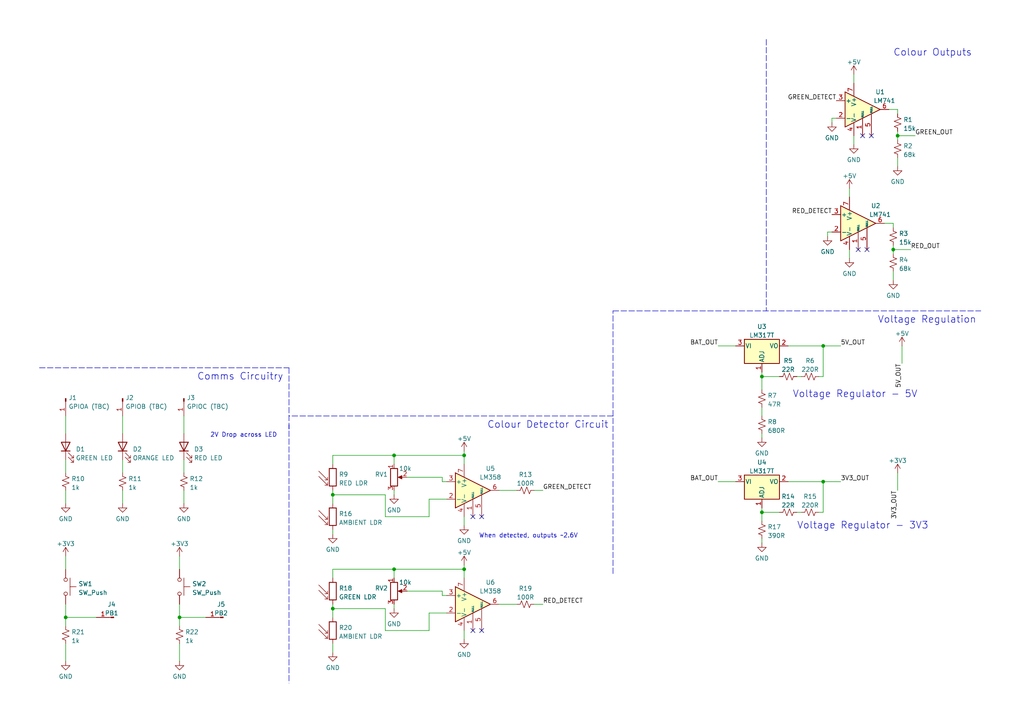
<source format=kicad_sch>
(kicad_sch (version 20211123) (generator eeschema)
  (paper "A4")
  (title_block (title "Milestone 1 Circuitry") (date "2022-08-04") (rev "v0.1") (company "University of Cape Town") (comment 1 "Sean Poole, Ryan Jones, Khavish Govind"))
  (lib_symbols
    (symbol "Amplifier_Operational:LM741" (pin_names (offset 0.127))
      (property "Reference" "U" (at 0 6.35 0))
      (property "Value" "LM741" (at 0 3.81 0))
      (symbol "LM741_0_1"
        (polyline (pts (xy -5.08 5.08) (xy 5.08 0) (xy -5.08 -5.08) (xy -5.08 5.08)) (stroke (width 0.254)) (fill (type background)))
      )
      (symbol "LM741_1_1"
        (pin input line (at 0 -7.62 90) (length 5.08) (name "NULL") (number "1"))
        (pin input line (at -7.62 -2.54 0) (length 2.54) (name "-") (number "2"))
        (pin input line (at -7.62 2.54 0) (length 2.54) (name "+") (number "3"))
        (pin power_in line (at -2.54 -7.62 90) (length 3.81) (name "V-") (number "4"))
        (pin input line (at 2.54 -7.62 90) (length 6.35) (name "NULL") (number "5"))
        (pin output line (at 7.62 0 180) (length 2.54) (name "~") (number "6"))
        (pin power_in line (at -2.54 7.62 270) (length 3.81) (name "V+") (number "7"))
        (pin no_connect line (at 0 2.54 270) (length 2.54) hide (name "NC") (number "8"))
      )
    )
    (symbol "Connector:Conn_01x01_Male" (pin_names (offset 1.016) hide)
      (property "Reference" "J" (at 0 2.54 0))
      (property "Value" "Conn_01x01_Male" (at 0 -2.54 0))
      (symbol "Conn_01x01_Male_1_1"
        (polyline (pts (xy 1.27 0) (xy 0.8636 0)) (stroke (width 0.1524)))
        (rectangle (start 0.8636 0.127) (end 0 -0.127) (stroke (width 0.1524)) (fill (type outline)))
        (pin passive line (at 5.08 0 180) (length 3.81) (name "Pin_1") (number "1"))
      )
    )
    (symbol "Device:LED" (pin_numbers hide) (pin_names (offset 1.016) hide)
      (property "Reference" "D" (at 0 2.54 0))
      (property "Value" "LED" (at 0 -2.54 0))
      (symbol "LED_0_1"
        (polyline (pts (xy -1.27 -1.27) (xy -1.27 1.27)) (stroke (width 0.254)))
        (polyline (pts (xy -1.27 0) (xy 1.27 0)))
        (polyline (pts (xy 1.27 -1.27) (xy 1.27 1.27) (xy -1.27 0) (xy 1.27 -1.27)) (stroke (width 0.254)))
        (polyline (pts (xy -3.048 -0.762) (xy -4.572 -2.286) (xy -3.81 -2.286) (xy -4.572 -2.286) (xy -4.572 -1.524)))
        (polyline (pts (xy -1.778 -0.762) (xy -3.302 -2.286) (xy -2.54 -2.286) (xy -3.302 -2.286) (xy -3.302 -1.524)))
      )
      (symbol "LED_1_1"
        (pin passive line (at -3.81 0 0) (length 2.54) (name "K") (number "1"))
        (pin passive line (at 3.81 0 180) (length 2.54) (name "A") (number "2"))
      )
    )
    (symbol "Device:R_Photo" (pin_numbers hide) (pin_names (offset 0))
      (property "Reference" "R" (at 1.27 1.27 0))
      (property "Value" "R_Photo" (at 1.27 0 0))
      (symbol "R_Photo_0_1"
        (rectangle (start -1.016 2.54) (end 1.016 -2.54) (stroke (width 0.254)))
        (polyline (pts (xy -1.524 -2.286) (xy -4.064 0.254)))
        (polyline (pts (xy -1.524 -2.286) (xy -2.286 -2.286)))
        (polyline (pts (xy -1.524 -2.286) (xy -1.524 -1.524)))
        (polyline (pts (xy -1.524 -0.762) (xy -4.064 1.778)))
        (polyline (pts (xy -1.524 -0.762) (xy -2.286 -0.762)))
        (polyline (pts (xy -1.524 -0.762) (xy -1.524 0)))
      )
      (symbol "R_Photo_1_1"
        (pin passive line (at 0 3.81 270) (length 1.27) (name "~") (number "1"))
        (pin passive line (at 0 -3.81 90) (length 1.27) (name "~") (number "2"))
      )
    )
    (symbol "Device:R_Potentiometer" (pin_names (offset 1.016) hide)
      (property "Reference" "RV" (at -4.445 0 90))
      (property "Value" "R_Potentiometer" (at -2.54 0 90))
      (symbol "R_Potentiometer_0_1"
        (polyline (pts (xy 2.54 0) (xy 1.524 0)))
        (polyline (pts (xy 1.143 0) (xy 2.286 0.508) (xy 2.286 -0.508) (xy 1.143 0)) (fill (type outline)))
        (rectangle (start 1.016 2.54) (end -1.016 -2.54) (stroke (width 0.254)))
      )
      (symbol "R_Potentiometer_1_1"
        (pin passive line (at 0 3.81 270) (length 1.27) (name "1") (number "1"))
        (pin passive line (at 3.81 0 180) (length 1.27) (name "2") (number "2"))
        (pin passive line (at 0 -3.81 90) (length 1.27) (name "3") (number "3"))
      )
    )
    (symbol "Device:R_Small_US" (pin_numbers hide) (pin_names (offset 0.254) hide)
      (property "Reference" "R" (at 0.762 0.508 0))
      (property "Value" "R_Small_US" (at 0.762 -1.016 0))
      (symbol "R_Small_US_1_1"
        (polyline (pts (xy 0 0) (xy 1.016 -0.381) (xy 0 -0.762) (xy -1.016 -1.143) (xy 0 -1.524)))
        (polyline (pts (xy 0 1.524) (xy 1.016 1.143) (xy 0 0.762) (xy -1.016 0.381) (xy 0 0)))
        (pin passive line (at 0 2.54 270) (length 1.016) (name "~") (number "1"))
        (pin passive line (at 0 -2.54 90) (length 1.016) (name "~") (number "2"))
      )
    )
    (symbol "Regulator_Linear:LM317L_TO92" (pin_names (offset 0.254))
      (property "Reference" "U" (at -3.81 3.175 0))
      (property "Value" "LM317L_TO92" (at 0 3.175 0))
      (symbol "LM317L_TO92_0_1"
        (rectangle (start -5.08 1.905) (end 5.08 -5.08) (stroke (width 0.254)) (fill (type background)))
      )
      (symbol "LM317L_TO92_1_1"
        (pin input line (at 0 -7.62 90) (length 2.54) (name "ADJ") (number "1"))
        (pin power_out line (at 7.62 0 180) (length 2.54) (name "VO") (number "2"))
        (pin power_in line (at -7.62 0 0) (length 2.54) (name "VI") (number "3"))
      )
    )
    (symbol "Switch:SW_Push" (pin_numbers hide) (pin_names (offset 1.016) hide)
      (property "Reference" "SW" (at 1.27 2.54 0))
      (property "Value" "SW_Push" (at 0 -1.524 0))
      (symbol "SW_Push_0_1"
        (circle (center -2.032 0) (radius 0.508))
        (polyline (pts (xy 0 1.27) (xy 0 3.048)))
        (polyline (pts (xy 2.54 1.27) (xy -2.54 1.27)))
        (circle (center 2.032 0) (radius 0.508))
        (pin passive line (at -5.08 0 0) (length 2.54) (name "1") (number "1"))
        (pin passive line (at 5.08 0 180) (length 2.54) (name "2") (number "2"))
      )
    )
    (symbol "power:+3V3" (power) (pin_names (offset 0))
      (property "Value" "+3V3" (at 0 3.556 0))
      (symbol "+3V3_0_1"
        (polyline (pts (xy -0.762 1.27) (xy 0 2.54)))
        (polyline (pts (xy 0 0) (xy 0 2.54)))
        (polyline (pts (xy 0 2.54) (xy 0.762 1.27)))
      )
      (symbol "+3V3_1_1"
        (pin power_in line (at 0 0 90) (length 0) hide (name "+3V3") (number "1"))
      )
    )
    (symbol "power:+5V" (power) (pin_names (offset 0))
      (property "Value" "+5V" (at 0 3.556 0))
      (symbol "+5V_0_1"
        (polyline (pts (xy -0.762 1.27) (xy 0 2.54)))
        (polyline (pts (xy 0 0) (xy 0 2.54)))
        (polyline (pts (xy 0 2.54) (xy 0.762 1.27)))
      )
      (symbol "+5V_1_1"
        (pin power_in line (at 0 0 90) (length 0) hide (name "+5V") (number "1"))
      )
    )
    (symbol "power:GND" (power) (pin_names (offset 0))
      (property "Value" "GND" (at 0 -3.81 0))
      (symbol "GND_0_1"
        (polyline (pts (xy 0 0) (xy 0 -1.27) (xy 1.27 -1.27) (xy 0 -2.54) (xy -1.27 -1.27) (xy 0 -1.27)))
      )
      (symbol "GND_1_1"
        (pin power_in line (at 0 0 270) (length 0) hide (name "GND") (number "1"))
      )
    )
  )
  (junction (at 220.98 109.22))
  (junction (at 220.98 148.59))
  (junction (at 134.62 165.1))
  (junction (at 260.35 39.37))
  (junction (at 114.3 165.1))
  (junction (at 238.76 139.7))
  (junction (at 52.07 179.07))
  (junction (at 134.62 132.08))
  (junction (at 114.3 132.08))
  (junction (at 19.05 179.07))
  (junction (at 259.08 72.39))
  (junction (at 96.52 143.51))
  (junction (at 238.76 100.33))
  (junction (at 96.52 176.53))
  (no_connect (at 137.16 182.88))
  (no_connect (at 139.7 182.88))
  (no_connect (at 248.92 72.39))
  (no_connect (at 251.46 72.39))
  (no_connect (at 139.7 149.86))
  (no_connect (at 137.16 149.86))
  (no_connect (at 252.73 39.37))
  (no_connect (at 250.19 39.37))
  (wire (pts (xy 19.05 133.35) (xy 19.05 137.16)))
  (wire (pts (xy 19.05 120.65) (xy 19.05 125.73)))
  (wire (pts (xy 228.6 100.33) (xy 238.76 100.33)))
  (wire (pts (xy 220.98 148.59) (xy 220.98 151.13)))
  (wire (pts (xy 52.07 175.26) (xy 52.07 179.07)))
  (wire (pts (xy 96.52 143.51) (xy 111.76 143.51)))
  (polyline (pts (xy 83.82 106.68) (xy 83.82 198.12)))
  (wire (pts (xy 260.35 48.26) (xy 260.35 45.72)))
  (wire (pts (xy 96.52 165.1) (xy 96.52 167.64)))
  (wire (pts (xy 238.76 139.7) (xy 238.76 148.59)))
  (wire (pts (xy 35.56 133.35) (xy 35.56 137.16)))
  (wire (pts (xy 134.62 165.1) (xy 114.3 165.1)))
  (wire (pts (xy 114.3 175.26) (xy 114.3 176.53)))
  (wire (pts (xy 52.07 179.07) (xy 52.07 181.61)))
  (wire (pts (xy 53.34 120.65) (xy 53.34 125.73)))
  (wire (pts (xy 154.94 175.26) (xy 157.48 175.26)))
  (wire (pts (xy 19.05 179.07) (xy 19.05 181.61)))
  (wire (pts (xy 256.54 64.77) (xy 259.08 64.77)))
  (wire (pts (xy 52.07 186.69) (xy 52.07 191.77)))
  (wire (pts (xy 238.76 139.7) (xy 243.84 139.7)))
  (wire (pts (xy 114.3 132.08) (xy 114.3 134.62)))
  (wire (pts (xy 246.38 54.61) (xy 246.38 57.15)))
  (wire (pts (xy 228.6 139.7) (xy 238.76 139.7)))
  (wire (pts (xy 261.62 100.33) (xy 261.62 105.41)))
  (wire (pts (xy 124.46 149.86) (xy 124.46 144.78)))
  (wire (pts (xy 226.06 109.22) (xy 220.98 109.22)))
  (polyline (pts (xy 177.8 90.17) (xy 284.48 90.17)))
  (wire (pts (xy 134.62 132.08) (xy 134.62 134.62)))
  (wire (pts (xy 240.03 67.31) (xy 241.3 67.31)))
  (wire (pts (xy 232.41 109.22) (xy 231.14 109.22)))
  (wire (pts (xy 241.3 34.29) (xy 242.57 34.29)))
  (wire (pts (xy 241.3 35.56) (xy 241.3 34.29)))
  (wire (pts (xy 144.78 142.24) (xy 149.86 142.24)))
  (wire (pts (xy 134.62 130.81) (xy 134.62 132.08)))
  (wire (pts (xy 114.3 165.1) (xy 96.52 165.1)))
  (wire (pts (xy 260.35 39.37) (xy 265.43 39.37)))
  (wire (pts (xy 220.98 107.95) (xy 220.98 109.22)))
  (polyline (pts (xy 177.8 120.65) (xy 177.8 90.17)))
  (polyline (pts (xy 11.43 106.68) (xy 83.82 106.68)))
  (wire (pts (xy 237.49 109.22) (xy 238.76 109.22)))
  (wire (pts (xy 35.56 142.24) (xy 35.56 146.05)))
  (polyline (pts (xy 177.8 120.65) (xy 83.82 120.65)))
  (wire (pts (xy 259.08 72.39) (xy 264.16 72.39)))
  (wire (pts (xy 96.52 175.26) (xy 96.52 176.53)))
  (wire (pts (xy 259.08 73.66) (xy 259.08 72.39)))
  (wire (pts (xy 246.38 72.39) (xy 246.38 74.93)))
  (wire (pts (xy 111.76 176.53) (xy 111.76 182.88)))
  (wire (pts (xy 96.52 143.51) (xy 96.52 146.05)))
  (wire (pts (xy 208.28 139.7) (xy 213.36 139.7)))
  (wire (pts (xy 220.98 109.22) (xy 220.98 113.03)))
  (wire (pts (xy 134.62 132.08) (xy 114.3 132.08)))
  (wire (pts (xy 53.34 133.35) (xy 53.34 137.16)))
  (wire (pts (xy 134.62 149.86) (xy 134.62 152.4)))
  (wire (pts (xy 247.65 21.59) (xy 247.65 24.13)))
  (wire (pts (xy 240.03 68.58) (xy 240.03 67.31)))
  (wire (pts (xy 128.27 172.72) (xy 129.54 172.72)))
  (wire (pts (xy 35.56 120.65) (xy 35.56 125.73)))
  (wire (pts (xy 134.62 165.1) (xy 134.62 167.64)))
  (wire (pts (xy 259.08 72.39) (xy 259.08 71.12)))
  (wire (pts (xy 52.07 179.07) (xy 59.69 179.07)))
  (wire (pts (xy 111.76 182.88) (xy 124.46 182.88)))
  (wire (pts (xy 220.98 147.32) (xy 220.98 148.59)))
  (wire (pts (xy 52.07 161.29) (xy 52.07 165.1)))
  (wire (pts (xy 118.11 171.45) (xy 128.27 171.45)))
  (wire (pts (xy 220.98 125.73) (xy 220.98 127)))
  (wire (pts (xy 19.05 142.24) (xy 19.05 146.05)))
  (wire (pts (xy 238.76 100.33) (xy 238.76 109.22)))
  (wire (pts (xy 220.98 156.21) (xy 220.98 157.48)))
  (wire (pts (xy 134.62 182.88) (xy 134.62 185.42)))
  (wire (pts (xy 96.52 153.67) (xy 96.52 154.94)))
  (wire (pts (xy 260.35 39.37) (xy 260.35 38.1)))
  (wire (pts (xy 19.05 179.07) (xy 27.94 179.07)))
  (wire (pts (xy 260.35 137.16) (xy 260.35 142.24)))
  (wire (pts (xy 96.52 142.24) (xy 96.52 143.51)))
  (wire (pts (xy 19.05 175.26) (xy 19.05 179.07)))
  (wire (pts (xy 144.78 175.26) (xy 149.86 175.26)))
  (wire (pts (xy 118.11 138.43) (xy 128.27 138.43)))
  (wire (pts (xy 237.49 148.59) (xy 238.76 148.59)))
  (wire (pts (xy 220.98 118.11) (xy 220.98 120.65)))
  (wire (pts (xy 260.35 33.02) (xy 260.35 31.75)))
  (wire (pts (xy 124.46 182.88) (xy 124.46 177.8)))
  (wire (pts (xy 114.3 132.08) (xy 96.52 132.08)))
  (polyline (pts (xy 177.8 166.37) (xy 177.8 120.65)))
  (wire (pts (xy 111.76 149.86) (xy 124.46 149.86)))
  (wire (pts (xy 96.52 176.53) (xy 111.76 176.53)))
  (wire (pts (xy 19.05 161.29) (xy 19.05 165.1)))
  (wire (pts (xy 128.27 171.45) (xy 128.27 172.72)))
  (wire (pts (xy 128.27 139.7) (xy 129.54 139.7)))
  (polyline (pts (xy 222.25 11.43) (xy 222.25 90.17)))
  (wire (pts (xy 96.52 176.53) (xy 96.52 179.07)))
  (wire (pts (xy 114.3 142.24) (xy 114.3 143.51)))
  (wire (pts (xy 238.76 100.33) (xy 243.84 100.33)))
  (wire (pts (xy 226.06 148.59) (xy 220.98 148.59)))
  (wire (pts (xy 128.27 138.43) (xy 128.27 139.7)))
  (wire (pts (xy 96.52 186.69) (xy 96.52 189.23)))
  (wire (pts (xy 208.28 100.33) (xy 213.36 100.33)))
  (wire (pts (xy 154.94 142.24) (xy 157.48 142.24)))
  (polyline (pts (xy 83.82 123.19) (xy 83.82 124.46)))
  (wire (pts (xy 257.81 31.75) (xy 260.35 31.75)))
  (wire (pts (xy 260.35 40.64) (xy 260.35 39.37)))
  (wire (pts (xy 134.62 163.83) (xy 134.62 165.1)))
  (wire (pts (xy 96.52 132.08) (xy 96.52 134.62)))
  (wire (pts (xy 124.46 177.8) (xy 129.54 177.8)))
  (wire (pts (xy 247.65 39.37) (xy 247.65 41.91)))
  (wire (pts (xy 53.34 142.24) (xy 53.34 146.05)))
  (wire (pts (xy 232.41 148.59) (xy 231.14 148.59)))
  (wire (pts (xy 114.3 165.1) (xy 114.3 167.64)))
  (wire (pts (xy 19.05 186.69) (xy 19.05 191.77)))
  (wire (pts (xy 124.46 144.78) (xy 129.54 144.78)))
  (wire (pts (xy 111.76 143.51) (xy 111.76 149.86)))
  (wire (pts (xy 259.08 81.28) (xy 259.08 78.74)))
  (wire (pts (xy 259.08 66.04) (xy 259.08 64.77)))
  (text "Voltage Regulator - 5V" (at 229.87 115.57 0) (effects (font (size 2 2)) (justify left bottom)))
  (text "When detected, outputs ~2.6V" (at 167.64 156.21 180) (effects (font (size 1.27 1.27)) (justify right bottom)))
  (text "Comms Circuitry" (at 57.15 110.49 0) (effects (font (size 2 2)) (justify left bottom)))
  (text "Colour Detector Circuit" (at 176.53 124.46 180) (effects (font (size 2 2)) (justify right bottom)))
  (text "Voltage Regulator - 3V3" (at 231.14 153.67 0) (effects (font (size 2 2)) (justify left bottom)))
  (text "Voltage Regulation" (at 283.21 93.98 180) (effects (font (size 2 2)) (justify right bottom)))
  (text "Colour Outputs" (at 281.94 16.51 180) (effects (font (size 2 2)) (justify right bottom)))
  (text "2V Drop across LED" (at 60.96 127 0) (effects (font (size 1.27 1.27)) (justify left bottom)))
  (label "GREEN_OUT" (at 265.43 39.37 0))
  (label "GREEN_DETECT" (at 242.57 29.21 180))
  (label "3V3_OUT" (at 243.84 139.7 0))
  (label "3V3_OUT" (at 260.35 142.24 270))
  (label "RED_DETECT" (at 241.3 62.23 180))
  (label "GREEN_DETECT" (at 157.48 142.24 0))
  (label "5V_OUT" (at 243.84 100.33 0))
  (label "RED_OUT" (at 264.16 72.39 0))
  (label "BAT_OUT" (at 208.28 100.33 180))
  (label "BAT_OUT" (at 208.28 139.7 180))
  (label "5V_OUT" (at 261.62 105.41 270))
  (label "RED_DETECT" (at 157.48 175.26 0))
  (symbol (lib_id "power:GND") (at 35.56 146.05 0) (unit 1)
    (property "Reference" "#PWR015" (effects hide))
    (property "Value" "GND" (at 35.56 150.4934 0))
  )
  (symbol (lib_id "Connector:Conn_01x01_Male") (at 53.34 115.57 270) (unit 1)
    (property "Reference" "J3" (at 54.1782 115.3703 90) (effects (justify left)))
    (property "Value" "GPIOC (TBC)" (at 54.1782 117.9072 90) (effects (justify left)))
  )
  (symbol (lib_id "Switch:SW_Push") (at 19.05 170.18 270) (unit 1)
    (property "Reference" "SW1" (at 22.733 169.3453 90) (effects (justify left)))
    (property "Value" "SW_Push" (at 22.733 171.8822 90) (effects (justify left)))
  )
  (symbol (lib_id "Device:R_Small_US") (at 35.56 139.7 0) (unit 1)
    (property "Reference" "R11" (at 37.211 138.8653 0) (effects (justify left)))
    (property "Value" "1k" (at 37.211 141.4022 0) (effects (justify left)))
  )
  (symbol (lib_id "Connector:Conn_01x01_Male") (at 19.05 115.57 270) (unit 1)
    (property "Reference" "J1" (at 19.8882 115.3703 90) (effects (justify left)))
    (property "Value" "GPIOA (TBC)" (at 19.8882 117.9072 90) (effects (justify left)))
  )
  (symbol (lib_id "Device:LED") (at 35.56 129.54 90) (unit 1)
    (property "Reference" "D2" (at 38.481 130.2928 90) (effects (justify right)))
    (property "Value" "ORANGE LED" (at 38.481 132.8297 90) (effects (justify right)))
  )
  (symbol (lib_id "Device:R_Photo") (at 96.52 182.88 0) (unit 1)
    (property "Reference" "R20" (at 98.298 182.0453 0) (effects (justify left)))
    (property "Value" "AMBIENT LDR" (at 98.298 184.5822 0) (effects (justify left)))
  )
  (symbol (lib_id "Device:R_Small_US") (at 220.98 123.19 0) (unit 1)
    (property "Reference" "R8" (at 222.631 122.3553 0) (effects (justify left)))
    (property "Value" "680R" (at 222.631 124.8922 0) (effects (justify left)))
  )
  (symbol (lib_id "Device:R_Small_US") (at 234.95 148.59 90) (unit 1)
    (property "Reference" "R15" (at 234.95 144.0012 90))
    (property "Value" "220R" (at 234.95 146.5381 90))
  )
  (symbol (lib_id "power:GND") (at 259.08 81.28 0) (unit 1)
    (property "Reference" "#PWR08" (effects hide))
    (property "Value" "GND" (at 259.08 85.7234 0))
  )
  (symbol (lib_id "power:GND") (at 134.62 152.4 0) (unit 1)
    (property "Reference" "#PWR017" (effects hide))
    (property "Value" "GND" (at 134.62 156.8434 0))
  )
  (symbol (lib_id "power:+5V") (at 261.62 100.33 0) (unit 1)
    (property "Reference" "#PWR09" (effects hide))
    (property "Value" "+5V" (at 261.62 96.7542 0))
  )
  (symbol (lib_id "Device:R_Small_US") (at 259.08 68.58 0) (unit 1)
    (property "Reference" "R3" (at 260.731 67.7453 0) (effects (justify left)))
    (property "Value" "15k" (at 260.731 70.2822 0) (effects (justify left)))
  )
  (symbol (lib_id "power:GND") (at 260.35 48.26 0) (unit 1)
    (property "Reference" "#PWR04" (effects hide))
    (property "Value" "GND" (at 260.35 52.7034 0))
  )
  (symbol (lib_id "Amplifier_Operational:LM741") (at 137.16 142.24 0) (unit 1)
    (property "Reference" "U5" (at 142.24 135.89 0))
    (property "Value" "LM358" (at 142.24 138.4269 0))
    (property "Datasheet" "http://www.ti.com/lit/ds/symlink/lm741.pdf" (effects hide))
  )
  (symbol (lib_id "Device:R_Small_US") (at 19.05 184.15 0) (unit 1)
    (property "Reference" "R21" (at 20.701 183.3153 0) (effects (justify left)))
    (property "Value" "1k" (at 20.701 185.8522 0) (effects (justify left)))
  )
  (symbol (lib_id "Device:R_Photo") (at 96.52 138.43 0) (unit 1)
    (property "Reference" "R9" (at 98.298 137.5953 0) (effects (justify left)))
    (property "Value" "RED LDR" (at 98.298 140.1322 0) (effects (justify left)))
  )
  (symbol (lib_id "power:+5V") (at 134.62 130.81 0) (unit 1)
    (property "Reference" "#PWR011" (effects hide))
    (property "Value" "+5V" (at 134.62 127.2342 0))
  )
  (symbol (lib_id "Amplifier_Operational:LM741") (at 137.16 175.26 0) (unit 1)
    (property "Reference" "U6" (at 142.24 168.91 0))
    (property "Value" "LM358" (at 142.24 171.4469 0))
    (property "Datasheet" "http://www.ti.com/lit/ds/symlink/lm741.pdf" (effects hide))
  )
  (symbol (lib_id "power:+5V") (at 247.65 21.59 0) (unit 1)
    (property "Reference" "#PWR01" (effects hide))
    (property "Value" "+5V" (at 247.65 18.0142 0))
  )
  (symbol (lib_id "Regulator_Linear:LM317L_TO92") (at 220.98 139.7 0) (unit 1)
    (property "Reference" "U4" (at 220.98 134.0952 0))
    (property "Value" "LM317T" (at 220.98 136.6321 0))
    (property "Footprint" "Package_TO_SOT_THT:TO-92_Inline" (effects hide))
    (property "Datasheet" "http://www.ti.com/lit/ds/snvs775k/snvs775k.pdf" (effects hide))
  )
  (symbol (lib_id "Amplifier_Operational:LM741") (at 248.92 64.77 0) (unit 1)
    (property "Reference" "U2" (at 254 59.69 0))
    (property "Value" "LM741" (at 255.27 62.23 0))
    (property "Datasheet" "http://www.ti.com/lit/ds/symlink/lm741.pdf" (effects hide))
  )
  (symbol (lib_id "power:GND") (at 19.05 146.05 0) (unit 1)
    (property "Reference" "#PWR014" (effects hide))
    (property "Value" "GND" (at 19.05 150.4934 0))
  )
  (symbol (lib_id "power:GND") (at 52.07 191.77 0) (unit 1)
    (property "Reference" "#PWR027" (effects hide))
    (property "Value" "GND" (at 52.07 196.2134 0))
  )
  (symbol (lib_id "Device:LED") (at 53.34 129.54 90) (unit 1)
    (property "Reference" "D3" (at 56.261 130.2928 90) (effects (justify right)))
    (property "Value" "RED LED" (at 56.261 132.8297 90) (effects (justify right)))
  )
  (symbol (lib_id "power:GND") (at 114.3 176.53 0) (unit 1)
    (property "Reference" "#PWR023" (effects hide))
    (property "Value" "GND" (at 114.3 180.9734 0))
  )
  (symbol (lib_id "power:GND") (at 246.38 74.93 0) (unit 1)
    (property "Reference" "#PWR07" (effects hide))
    (property "Value" "GND" (at 246.38 79.3734 0))
  )
  (symbol (lib_id "power:+5V") (at 134.62 163.83 0) (unit 1)
    (property "Reference" "#PWR022" (effects hide))
    (property "Value" "+5V" (at 134.62 160.2542 0))
  )
  (symbol (lib_id "Switch:SW_Push") (at 52.07 170.18 270) (unit 1)
    (property "Reference" "SW2" (at 55.753 169.3453 90) (effects (justify left)))
    (property "Value" "SW_Push" (at 55.753 171.8822 90) (effects (justify left)))
  )
  (symbol (lib_id "Device:R_Small_US") (at 260.35 43.18 0) (unit 1)
    (property "Reference" "R2" (at 262.001 42.3453 0) (effects (justify left)))
    (property "Value" "68k" (at 262.001 44.8822 0) (effects (justify left)))
  )
  (symbol (lib_id "Connector:Conn_01x01_Male") (at 33.02 179.07 180) (unit 1)
    (property "Reference" "J4" (at 32.385 175.294 0))
    (property "Value" "PB1" (at 32.385 177.8309 0))
  )
  (symbol (lib_id "Device:R_Small_US") (at 228.6 148.59 90) (unit 1)
    (property "Reference" "R14" (at 228.6 144.0012 90))
    (property "Value" "22R" (at 228.6 146.5381 90))
  )
  (symbol (lib_id "Device:R_Small_US") (at 220.98 153.67 0) (unit 1)
    (property "Reference" "R17" (at 222.631 152.8353 0) (effects (justify left)))
    (property "Value" "390R" (at 222.631 155.3722 0) (effects (justify left)))
  )
  (symbol (lib_id "Device:R_Potentiometer") (at 114.3 138.43 0) (unit 1)
    (property "Reference" "RV1" (at 112.5221 137.5953 0) (effects (justify right)))
    (property "Value" "10k" (at 119.38 135.89 0) (effects (justify right)))
  )
  (symbol (lib_id "power:+3V3") (at 52.07 161.29 0) (unit 1)
    (property "Reference" "#PWR021" (effects hide))
    (property "Value" "+3V3" (at 52.07 157.7142 0))
  )
  (symbol (lib_id "power:+5V") (at 246.38 54.61 0) (unit 1)
    (property "Reference" "#PWR05" (effects hide))
    (property "Value" "+5V" (at 246.38 51.0342 0))
  )
  (symbol (lib_id "Connector:Conn_01x01_Male") (at 64.77 179.07 180) (unit 1)
    (property "Reference" "J5" (at 64.135 175.294 0))
    (property "Value" "PB2" (at 64.135 177.8309 0))
  )
  (symbol (lib_id "Device:R_Small_US") (at 152.4 142.24 90) (unit 1)
    (property "Reference" "R13" (at 152.4 137.6512 90))
    (property "Value" "100R" (at 152.4 140.1881 90))
  )
  (symbol (lib_id "Amplifier_Operational:LM741") (at 250.19 31.75 0) (unit 1)
    (property "Reference" "U1" (at 255.27 26.67 0))
    (property "Value" "LM741" (at 256.54 29.21 0))
    (property "Datasheet" "http://www.ti.com/lit/ds/symlink/lm741.pdf" (effects hide))
  )
  (symbol (lib_id "Device:R_Small_US") (at 220.98 115.57 0) (unit 1)
    (property "Reference" "R7" (at 222.631 114.7353 0) (effects (justify left)))
    (property "Value" "47R" (at 222.631 117.2722 0) (effects (justify left)))
  )
  (symbol (lib_id "Device:R_Photo") (at 96.52 171.45 0) (unit 1)
    (property "Reference" "R18" (at 98.298 170.6153 0) (effects (justify left)))
    (property "Value" "GREEN LDR" (at 98.298 173.1522 0) (effects (justify left)))
  )
  (symbol (lib_id "power:GND") (at 96.52 189.23 0) (unit 1)
    (property "Reference" "#PWR025" (effects hide))
    (property "Value" "GND" (at 96.52 193.6734 0))
  )
  (symbol (lib_id "Device:R_Small_US") (at 19.05 139.7 0) (unit 1)
    (property "Reference" "R10" (at 20.701 138.8653 0) (effects (justify left)))
    (property "Value" "1k" (at 20.701 141.4022 0) (effects (justify left)))
  )
  (symbol (lib_id "power:GND") (at 247.65 41.91 0) (unit 1)
    (property "Reference" "#PWR03" (effects hide))
    (property "Value" "GND" (at 247.65 46.3534 0))
  )
  (symbol (lib_id "Device:LED") (at 19.05 129.54 90) (unit 1)
    (property "Reference" "D1" (at 21.971 130.2928 90) (effects (justify right)))
    (property "Value" "GREEN LED" (at 21.971 132.8297 90) (effects (justify right)))
  )
  (symbol (lib_id "power:GND") (at 241.3 35.56 0) (unit 1)
    (property "Reference" "#PWR02" (effects hide))
    (property "Value" "GND" (at 241.3 40.0034 0))
  )
  (symbol (lib_id "Device:R_Small_US") (at 234.95 109.22 90) (unit 1)
    (property "Reference" "R6" (at 234.95 104.6312 90))
    (property "Value" "220R" (at 234.95 107.1681 90))
  )
  (symbol (lib_id "Device:R_Small_US") (at 152.4 175.26 90) (unit 1)
    (property "Reference" "R19" (at 152.4 170.6712 90))
    (property "Value" "100R" (at 152.4 173.2081 90))
  )
  (symbol (lib_id "Device:R_Small_US") (at 52.07 184.15 0) (unit 1)
    (property "Reference" "R22" (at 53.721 183.3153 0) (effects (justify left)))
    (property "Value" "1k" (at 53.721 185.8522 0) (effects (justify left)))
  )
  (symbol (lib_id "power:GND") (at 114.3 143.51 0) (unit 1)
    (property "Reference" "#PWR013" (effects hide))
    (property "Value" "GND" (at 114.3 147.9534 0))
  )
  (symbol (lib_id "Device:R_Small_US") (at 259.08 76.2 0) (unit 1)
    (property "Reference" "R4" (at 260.731 75.3653 0) (effects (justify left)))
    (property "Value" "68k" (at 260.731 77.9022 0) (effects (justify left)))
  )
  (symbol (lib_id "Device:R_Small_US") (at 260.35 35.56 0) (unit 1)
    (property "Reference" "R1" (at 262.001 34.7253 0) (effects (justify left)))
    (property "Value" "15k" (at 262.001 37.2622 0) (effects (justify left)))
  )
  (symbol (lib_id "Device:R_Small_US") (at 53.34 139.7 0) (unit 1)
    (property "Reference" "R12" (at 54.991 138.8653 0) (effects (justify left)))
    (property "Value" "1k" (at 54.991 141.4022 0) (effects (justify left)))
  )
  (symbol (lib_id "Device:R_Potentiometer") (at 114.3 171.45 0) (unit 1)
    (property "Reference" "RV2" (at 112.5221 170.6153 0) (effects (justify right)))
    (property "Value" "10k" (at 119.38 168.91 0) (effects (justify right)))
  )
  (symbol (lib_id "power:+3V3") (at 260.35 137.16 0) (unit 1)
    (property "Reference" "#PWR012" (effects hide))
    (property "Value" "+3V3" (at 260.35 133.5842 0))
  )
  (symbol (lib_id "power:GND") (at 19.05 191.77 0) (unit 1)
    (property "Reference" "#PWR026" (effects hide))
    (property "Value" "GND" (at 19.05 196.2134 0))
  )
  (symbol (lib_id "power:GND") (at 53.34 146.05 0) (unit 1)
    (property "Reference" "#PWR016" (effects hide))
    (property "Value" "GND" (at 53.34 150.4934 0))
  )
  (symbol (lib_id "Regulator_Linear:LM317L_TO92") (at 220.98 100.33 0) (unit 1)
    (property "Reference" "U3" (at 220.98 94.7252 0))
    (property "Value" "LM317T" (at 220.98 97.2621 0))
    (property "Footprint" "Package_TO_SOT_THT:TO-92_Inline" (effects hide))
    (property "Datasheet" "http://www.ti.com/lit/ds/snvs775k/snvs775k.pdf" (effects hide))
  )
  (symbol (lib_id "power:GND") (at 240.03 68.58 0) (unit 1)
    (property "Reference" "#PWR06" (effects hide))
    (property "Value" "GND" (at 240.03 73.0234 0))
  )
  (symbol (lib_id "Device:R_Small_US") (at 228.6 109.22 90) (unit 1)
    (property "Reference" "R5" (at 228.6 104.6312 90))
    (property "Value" "22R" (at 228.6 107.1681 90))
  )
  (symbol (lib_id "Device:R_Photo") (at 96.52 149.86 0) (unit 1)
    (property "Reference" "R16" (at 98.298 149.0253 0) (effects (justify left)))
    (property "Value" "AMBIENT LDR" (at 98.298 151.5622 0) (effects (justify left)))
  )
  (symbol (lib_id "power:GND") (at 96.52 154.94 0) (unit 1)
    (property "Reference" "#PWR018" (effects hide))
    (property "Value" "GND" (at 96.52 159.3834 0))
  )
  (symbol (lib_id "power:+3V3") (at 19.05 161.29 0) (unit 1)
    (property "Reference" "#PWR020" (effects hide))
    (property "Value" "+3V3" (at 19.05 157.7142 0))
  )
  (symbol (lib_id "power:GND") (at 220.98 127 0) (unit 1)
    (property "Reference" "#PWR010" (effects hide))
    (property "Value" "GND" (at 220.98 131.4434 0))
  )
  (symbol (lib_id "power:GND") (at 134.62 185.42 0) (unit 1)
    (property "Reference" "#PWR024" (effects hide))
    (property "Value" "GND" (at 134.62 189.8634 0))
  )
  (symbol (lib_id "power:GND") (at 220.98 157.48 0) (unit 1)
    (property "Reference" "#PWR019" (effects hide))
    (property "Value" "GND" (at 220.98 161.9234 0))
  )
  (symbol (lib_id "Connector:Conn_01x01_Male") (at 35.56 115.57 270) (unit 1)
    (property "Reference" "J2" (at 36.3982 115.3703 90) (effects (justify left)))
    (property "Value" "GPIOB (TBC)" (at 36.3982 117.9072 90) (effects (justify left)))
  )
)
</source>
